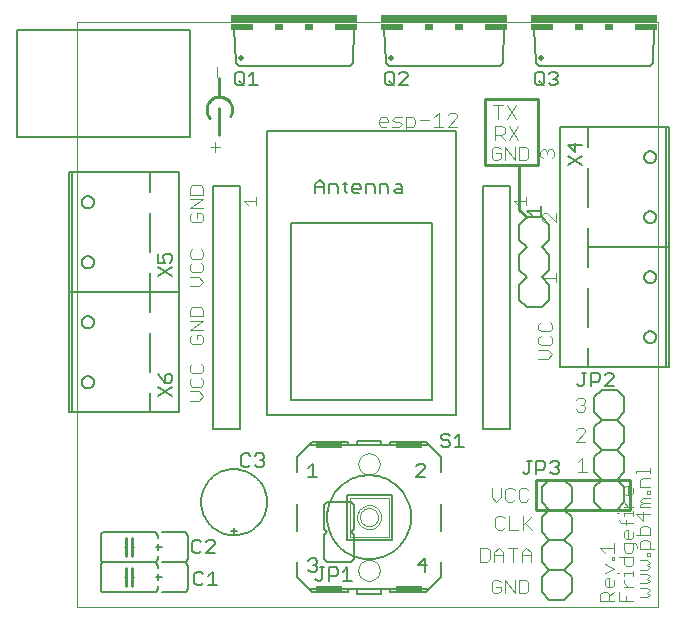
<source format=gto>
G75*
%MOIN*%
%OFA0B0*%
%FSLAX24Y24*%
%IPPOS*%
%LPD*%
%AMOC8*
5,1,8,0,0,1.08239X$1,22.5*
%
%ADD10C,0.0000*%
%ADD11C,0.0040*%
%ADD12C,0.0100*%
%ADD13C,0.0060*%
%ADD14C,0.0050*%
%ADD15C,0.0020*%
%ADD16R,0.0850X0.0200*%
%ADD17C,0.0080*%
%ADD18C,0.0030*%
%ADD19C,0.0200*%
%ADD20R,0.4200X0.0300*%
%ADD21R,0.0750X0.0200*%
%ADD22R,0.0300X0.0200*%
D10*
X002107Y000113D02*
X002107Y019609D01*
X021477Y019609D01*
X021477Y000113D01*
X002107Y000113D01*
X011502Y001343D02*
X011504Y001380D01*
X011510Y001417D01*
X011519Y001453D01*
X011533Y001487D01*
X011550Y001520D01*
X011570Y001552D01*
X011593Y001581D01*
X011619Y001607D01*
X011648Y001630D01*
X011679Y001650D01*
X011713Y001667D01*
X011747Y001681D01*
X011783Y001690D01*
X011820Y001696D01*
X011857Y001698D01*
X011894Y001696D01*
X011931Y001690D01*
X011967Y001681D01*
X012001Y001667D01*
X012034Y001650D01*
X012066Y001630D01*
X012095Y001607D01*
X012121Y001581D01*
X012144Y001552D01*
X012164Y001521D01*
X012181Y001487D01*
X012195Y001453D01*
X012204Y001417D01*
X012210Y001380D01*
X012212Y001343D01*
X012210Y001306D01*
X012204Y001269D01*
X012195Y001233D01*
X012181Y001199D01*
X012164Y001166D01*
X012144Y001134D01*
X012121Y001105D01*
X012095Y001079D01*
X012066Y001056D01*
X012035Y001036D01*
X012001Y001019D01*
X011967Y001005D01*
X011931Y000996D01*
X011894Y000990D01*
X011857Y000988D01*
X011820Y000990D01*
X011783Y000996D01*
X011747Y001005D01*
X011713Y001019D01*
X011680Y001036D01*
X011648Y001056D01*
X011619Y001079D01*
X011593Y001105D01*
X011570Y001134D01*
X011550Y001165D01*
X011533Y001199D01*
X011519Y001233D01*
X011510Y001269D01*
X011504Y001306D01*
X011502Y001343D01*
X011502Y004883D02*
X011504Y004920D01*
X011510Y004957D01*
X011519Y004993D01*
X011533Y005027D01*
X011550Y005060D01*
X011570Y005092D01*
X011593Y005121D01*
X011619Y005147D01*
X011648Y005170D01*
X011679Y005190D01*
X011713Y005207D01*
X011747Y005221D01*
X011783Y005230D01*
X011820Y005236D01*
X011857Y005238D01*
X011894Y005236D01*
X011931Y005230D01*
X011967Y005221D01*
X012001Y005207D01*
X012034Y005190D01*
X012066Y005170D01*
X012095Y005147D01*
X012121Y005121D01*
X012144Y005092D01*
X012164Y005061D01*
X012181Y005027D01*
X012195Y004993D01*
X012204Y004957D01*
X012210Y004920D01*
X012212Y004883D01*
X012210Y004846D01*
X012204Y004809D01*
X012195Y004773D01*
X012181Y004739D01*
X012164Y004706D01*
X012144Y004674D01*
X012121Y004645D01*
X012095Y004619D01*
X012066Y004596D01*
X012035Y004576D01*
X012001Y004559D01*
X011967Y004545D01*
X011931Y004536D01*
X011894Y004530D01*
X011857Y004528D01*
X011820Y004530D01*
X011783Y004536D01*
X011747Y004545D01*
X011713Y004559D01*
X011680Y004576D01*
X011648Y004596D01*
X011619Y004619D01*
X011593Y004645D01*
X011570Y004674D01*
X011550Y004705D01*
X011533Y004739D01*
X011519Y004773D01*
X011510Y004809D01*
X011504Y004846D01*
X011502Y004883D01*
D11*
X015565Y002093D02*
X015565Y001633D01*
X015795Y001633D01*
X015872Y001709D01*
X015872Y002016D01*
X015795Y002093D01*
X015565Y002093D01*
X016025Y001939D02*
X016025Y001633D01*
X016025Y001863D02*
X016332Y001863D01*
X016332Y001939D02*
X016332Y001633D01*
X016332Y001939D02*
X016179Y002093D01*
X016025Y001939D01*
X016486Y002093D02*
X016792Y002093D01*
X016639Y002093D02*
X016639Y001633D01*
X016946Y001633D02*
X016946Y001939D01*
X017099Y002093D01*
X017253Y001939D01*
X017253Y001633D01*
X017253Y001863D02*
X016946Y001863D01*
X016986Y002695D02*
X016986Y003155D01*
X017062Y002925D02*
X017292Y002695D01*
X016986Y002848D02*
X017292Y003155D01*
X017091Y003633D02*
X017167Y003709D01*
X017091Y003633D02*
X016937Y003633D01*
X016861Y003709D01*
X016861Y004016D01*
X016937Y004093D01*
X017091Y004093D01*
X017167Y004016D01*
X016707Y004016D02*
X016630Y004093D01*
X016477Y004093D01*
X016400Y004016D01*
X016400Y003709D01*
X016477Y003633D01*
X016630Y003633D01*
X016707Y003709D01*
X016247Y003786D02*
X016247Y004093D01*
X015940Y004093D02*
X015940Y003786D01*
X016093Y003633D01*
X016247Y003786D01*
X016295Y003155D02*
X016142Y003155D01*
X016065Y003079D01*
X016065Y002772D01*
X016142Y002695D01*
X016295Y002695D01*
X016372Y002772D01*
X016525Y002695D02*
X016832Y002695D01*
X016525Y002695D02*
X016525Y003155D01*
X016372Y003079D02*
X016295Y003155D01*
X016400Y001030D02*
X016707Y000570D01*
X016707Y001030D01*
X016861Y001030D02*
X017091Y001030D01*
X017167Y000954D01*
X017167Y000647D01*
X017091Y000570D01*
X016861Y000570D01*
X016861Y001030D01*
X016400Y001030D02*
X016400Y000570D01*
X016247Y000647D02*
X016247Y000800D01*
X016093Y000800D01*
X015940Y000647D02*
X016017Y000570D01*
X016170Y000570D01*
X016247Y000647D01*
X016247Y000954D02*
X016170Y001030D01*
X016017Y001030D01*
X015940Y000954D01*
X015940Y000647D01*
X019564Y000550D02*
X019564Y000320D01*
X020025Y000320D01*
X019871Y000320D02*
X019871Y000550D01*
X019795Y000627D01*
X019641Y000627D01*
X019564Y000550D01*
X019871Y000473D02*
X020025Y000627D01*
X020189Y000627D02*
X020189Y000320D01*
X020650Y000320D01*
X020420Y000320D02*
X020420Y000473D01*
X020496Y000780D02*
X020343Y000934D01*
X020343Y001011D01*
X020343Y001164D02*
X020343Y001241D01*
X020650Y001241D01*
X020650Y001164D02*
X020650Y001318D01*
X020573Y001471D02*
X020420Y001471D01*
X020343Y001548D01*
X020343Y001778D01*
X020189Y001778D02*
X020650Y001778D01*
X020650Y001548D01*
X020573Y001471D01*
X020905Y001366D02*
X021136Y001366D01*
X021212Y001443D01*
X021136Y001519D01*
X021212Y001596D01*
X021136Y001673D01*
X020905Y001673D01*
X021136Y001826D02*
X021136Y001903D01*
X021212Y001903D01*
X021212Y001826D01*
X021136Y001826D01*
X021212Y002056D02*
X021212Y002287D01*
X021136Y002363D01*
X020982Y002363D01*
X020905Y002287D01*
X020905Y002056D01*
X021366Y002056D01*
X021212Y002517D02*
X021212Y002747D01*
X021136Y002824D01*
X020982Y002824D01*
X020905Y002747D01*
X020905Y002517D01*
X020752Y002517D02*
X021212Y002517D01*
X020982Y002977D02*
X020982Y003284D01*
X020905Y003438D02*
X020905Y003514D01*
X020982Y003591D01*
X020905Y003668D01*
X020982Y003744D01*
X021212Y003744D01*
X021212Y003591D02*
X020982Y003591D01*
X020905Y003438D02*
X021212Y003438D01*
X021212Y003207D02*
X020752Y003207D01*
X020982Y002977D01*
X020650Y002929D02*
X020266Y002929D01*
X020189Y003006D01*
X020343Y003159D02*
X020343Y003236D01*
X020650Y003236D01*
X020650Y003159D02*
X020650Y003313D01*
X020650Y003466D02*
X020343Y003466D01*
X020496Y003466D02*
X020343Y003619D01*
X020343Y003696D01*
X020420Y003850D02*
X020343Y003926D01*
X020343Y004080D01*
X020420Y004157D01*
X020496Y004157D01*
X020496Y003850D01*
X020420Y003850D02*
X020573Y003850D01*
X020650Y003926D01*
X020650Y004080D01*
X020905Y004128D02*
X020905Y004358D01*
X020982Y004435D01*
X021212Y004435D01*
X021212Y004589D02*
X021212Y004742D01*
X021212Y004665D02*
X020752Y004665D01*
X020752Y004589D01*
X020905Y004128D02*
X021212Y004128D01*
X021212Y003975D02*
X021212Y003898D01*
X021136Y003898D01*
X021136Y003975D01*
X021212Y003975D01*
X020420Y003006D02*
X020420Y002852D01*
X020420Y002699D02*
X020496Y002699D01*
X020496Y002392D01*
X020420Y002392D02*
X020573Y002392D01*
X020650Y002468D01*
X020650Y002622D01*
X020420Y002699D02*
X020343Y002622D01*
X020343Y002468D01*
X020420Y002392D01*
X020343Y002238D02*
X020343Y002008D01*
X020420Y001931D01*
X020573Y001931D01*
X020650Y002008D01*
X020650Y002238D01*
X020727Y002238D02*
X020343Y002238D01*
X020025Y002238D02*
X020025Y001931D01*
X020025Y001778D02*
X019948Y001778D01*
X019948Y001701D01*
X020025Y001701D01*
X020025Y001778D01*
X020025Y002085D02*
X019564Y002085D01*
X019718Y001931D01*
X019718Y001548D02*
X020025Y001394D01*
X019718Y001241D01*
X019795Y001087D02*
X019871Y001087D01*
X019871Y000780D01*
X019795Y000780D02*
X019718Y000857D01*
X019718Y001011D01*
X019795Y001087D01*
X020025Y001011D02*
X020025Y000857D01*
X019948Y000780D01*
X019795Y000780D01*
X020343Y000780D02*
X020650Y000780D01*
X020905Y000752D02*
X021136Y000752D01*
X021212Y000675D01*
X021136Y000598D01*
X021212Y000522D01*
X021136Y000445D01*
X020905Y000445D01*
X020905Y000905D02*
X021136Y000905D01*
X021212Y000982D01*
X021136Y001059D01*
X021212Y001136D01*
X021136Y001212D01*
X020905Y001212D01*
X020189Y001241D02*
X020113Y001241D01*
X020803Y002085D02*
X020803Y002162D01*
X020727Y002238D01*
X020189Y003236D02*
X020113Y003236D01*
X019122Y004633D02*
X018815Y004633D01*
X018968Y004633D02*
X018968Y005093D01*
X018815Y004939D01*
X018752Y005633D02*
X019059Y005939D01*
X019059Y006016D01*
X018982Y006093D01*
X018829Y006093D01*
X018752Y006016D01*
X018752Y005633D02*
X019059Y005633D01*
X018982Y006633D02*
X018829Y006633D01*
X018752Y006709D01*
X018906Y006863D02*
X018982Y006863D01*
X019059Y006786D01*
X019059Y006709D01*
X018982Y006633D01*
X018982Y006863D02*
X019059Y006939D01*
X019059Y007016D01*
X018982Y007093D01*
X018829Y007093D01*
X018752Y007016D01*
X017809Y008383D02*
X017502Y008383D01*
X017502Y008689D02*
X017809Y008689D01*
X017962Y008536D01*
X017809Y008383D01*
X017886Y008843D02*
X017579Y008843D01*
X017502Y008920D01*
X017502Y009073D01*
X017579Y009150D01*
X017579Y009303D02*
X017886Y009303D01*
X017962Y009380D01*
X017962Y009533D01*
X017886Y009610D01*
X017579Y009610D02*
X017502Y009533D01*
X017502Y009380D01*
X017579Y009303D01*
X017886Y009150D02*
X017962Y009073D01*
X017962Y008920D01*
X017886Y008843D01*
X017780Y010945D02*
X017627Y011098D01*
X018087Y011098D01*
X018087Y010945D02*
X018087Y011252D01*
X018087Y012945D02*
X017780Y013252D01*
X017704Y013252D01*
X017627Y013175D01*
X017627Y013022D01*
X017704Y012945D01*
X018087Y012945D02*
X018087Y013252D01*
X017091Y015008D02*
X016861Y015008D01*
X016861Y015468D01*
X017091Y015468D01*
X017167Y015391D01*
X017167Y015084D01*
X017091Y015008D01*
X016707Y015008D02*
X016707Y015468D01*
X016400Y015468D02*
X016707Y015008D01*
X016400Y015008D02*
X016400Y015468D01*
X016247Y015391D02*
X016170Y015468D01*
X016017Y015468D01*
X015940Y015391D01*
X015940Y015084D01*
X016017Y015008D01*
X016170Y015008D01*
X016247Y015084D01*
X016247Y015238D01*
X016093Y015238D01*
X016065Y015695D02*
X016065Y016155D01*
X016295Y016155D01*
X016372Y016079D01*
X016372Y015925D01*
X016295Y015848D01*
X016065Y015848D01*
X016218Y015848D02*
X016372Y015695D01*
X016525Y015695D02*
X016832Y016155D01*
X016770Y016383D02*
X016463Y016843D01*
X016309Y016843D02*
X016002Y016843D01*
X016156Y016843D02*
X016156Y016383D01*
X016463Y016383D02*
X016770Y016843D01*
X016525Y016155D02*
X016832Y015695D01*
X017564Y015300D02*
X017564Y015147D01*
X017641Y015070D01*
X017795Y015223D02*
X017795Y015300D01*
X017871Y015377D01*
X017948Y015377D01*
X018025Y015300D01*
X018025Y015147D01*
X017948Y015070D01*
X017795Y015300D02*
X017718Y015377D01*
X017641Y015377D01*
X017564Y015300D01*
X014786Y016133D02*
X014479Y016133D01*
X014786Y016439D01*
X014786Y016516D01*
X014710Y016593D01*
X014556Y016593D01*
X014479Y016516D01*
X014172Y016593D02*
X014172Y016133D01*
X014019Y016133D02*
X014326Y016133D01*
X014019Y016439D02*
X014172Y016593D01*
X013866Y016363D02*
X013559Y016363D01*
X013405Y016363D02*
X013405Y016209D01*
X013328Y016133D01*
X013098Y016133D01*
X013098Y015979D02*
X013098Y016439D01*
X013328Y016439D01*
X013405Y016363D01*
X012945Y016439D02*
X012715Y016439D01*
X012638Y016363D01*
X012715Y016286D01*
X012868Y016286D01*
X012945Y016209D01*
X012868Y016133D01*
X012638Y016133D01*
X012484Y016286D02*
X012484Y016363D01*
X012408Y016439D01*
X012254Y016439D01*
X012177Y016363D01*
X012177Y016209D01*
X012254Y016133D01*
X012408Y016133D01*
X012484Y016286D02*
X012177Y016286D01*
X006886Y015451D02*
X006579Y015451D01*
X006732Y015604D02*
X006732Y015297D01*
X006261Y014173D02*
X005954Y014173D01*
X005877Y014096D01*
X005877Y013866D01*
X006337Y013866D01*
X006337Y014096D01*
X006261Y014173D01*
X006337Y013712D02*
X005877Y013712D01*
X005877Y013405D02*
X006337Y013712D01*
X006337Y013405D02*
X005877Y013405D01*
X005954Y013252D02*
X005877Y013175D01*
X005877Y013022D01*
X005954Y012945D01*
X006261Y012945D01*
X006337Y013022D01*
X006337Y013175D01*
X006261Y013252D01*
X006107Y013252D01*
X006107Y013098D01*
X005954Y012042D02*
X005877Y011965D01*
X005877Y011811D01*
X005954Y011735D01*
X006261Y011735D01*
X006337Y011811D01*
X006337Y011965D01*
X006261Y012042D01*
X006261Y011581D02*
X006337Y011504D01*
X006337Y011351D01*
X006261Y011274D01*
X005954Y011274D01*
X005877Y011351D01*
X005877Y011504D01*
X005954Y011581D01*
X005877Y011121D02*
X006184Y011121D01*
X006337Y010967D01*
X006184Y010814D01*
X005877Y010814D01*
X005954Y010110D02*
X005877Y010033D01*
X005877Y009803D01*
X006337Y009803D01*
X006337Y010033D01*
X006261Y010110D01*
X005954Y010110D01*
X005877Y009650D02*
X006337Y009650D01*
X005877Y009343D01*
X006337Y009343D01*
X006261Y009189D02*
X006107Y009189D01*
X006107Y009036D01*
X005954Y009189D02*
X005877Y009113D01*
X005877Y008959D01*
X005954Y008883D01*
X006261Y008883D01*
X006337Y008959D01*
X006337Y009113D01*
X006261Y009189D01*
X006261Y008229D02*
X006337Y008152D01*
X006337Y007999D01*
X006261Y007922D01*
X005954Y007922D01*
X005877Y007999D01*
X005877Y008152D01*
X005954Y008229D01*
X005954Y007769D02*
X005877Y007692D01*
X005877Y007538D01*
X005954Y007462D01*
X006261Y007462D01*
X006337Y007538D01*
X006337Y007692D01*
X006261Y007769D01*
X006184Y007308D02*
X005877Y007308D01*
X005877Y007001D02*
X006184Y007001D01*
X006337Y007155D01*
X006184Y007308D01*
X006795Y017797D02*
X006795Y018104D01*
D12*
X006857Y017738D02*
X006857Y017175D01*
X006857Y016738D02*
X006857Y015863D01*
X006545Y016425D02*
X006520Y016457D01*
X006498Y016491D01*
X006479Y016527D01*
X006463Y016565D01*
X006452Y016604D01*
X006444Y016645D01*
X006440Y016685D01*
X006439Y016726D01*
X006443Y016767D01*
X006451Y016807D01*
X006462Y016846D01*
X006477Y016884D01*
X006496Y016920D01*
X006518Y016955D01*
X006543Y016987D01*
X006572Y017016D01*
X006603Y017043D01*
X006636Y017067D01*
X006671Y017087D01*
X006708Y017104D01*
X006747Y017117D01*
X006787Y017127D01*
X006827Y017132D01*
X006868Y017134D01*
X006909Y017132D01*
X006949Y017126D01*
X006989Y017116D01*
X007027Y017102D01*
X007065Y017085D01*
X007100Y017064D01*
X007133Y017040D01*
X007163Y017013D01*
X007191Y016984D01*
X007216Y016951D01*
X007238Y016917D01*
X007256Y016880D01*
X007271Y016842D01*
X007282Y016803D01*
X007289Y016762D01*
X007293Y016722D01*
X007292Y016681D01*
X007288Y016640D01*
X007279Y016600D01*
X007267Y016561D01*
X007252Y016524D01*
X007232Y016488D01*
X015732Y017050D02*
X015732Y014863D01*
X016857Y014863D01*
X016857Y013363D01*
X017107Y013113D01*
X016857Y014863D02*
X017482Y014863D01*
X017482Y017050D01*
X015732Y017050D01*
X017420Y004363D02*
X017420Y003363D01*
X020545Y003363D01*
X020545Y004363D01*
X017420Y004363D01*
X003957Y002413D02*
X003957Y002113D01*
X003957Y001813D01*
X003757Y001813D02*
X003757Y002113D01*
X003757Y002413D01*
X003757Y001413D02*
X003757Y001113D01*
X003757Y000813D01*
X003957Y000813D02*
X003957Y001113D01*
X003957Y001413D01*
D13*
X003957Y001113D02*
X004007Y001113D01*
X003757Y001113D02*
X003707Y001113D01*
X003007Y001613D02*
X002990Y001611D01*
X002973Y001607D01*
X002957Y001600D01*
X002943Y001590D01*
X002930Y001577D01*
X002920Y001563D01*
X002913Y001547D01*
X002909Y001530D01*
X002907Y001513D01*
X002907Y000713D01*
X002909Y000696D01*
X002913Y000679D01*
X002920Y000663D01*
X002930Y000649D01*
X002943Y000636D01*
X002957Y000626D01*
X002973Y000619D01*
X002990Y000615D01*
X003007Y000613D01*
X004707Y000613D01*
X004724Y000615D01*
X004741Y000619D01*
X004757Y000626D01*
X004771Y000636D01*
X004784Y000649D01*
X004794Y000663D01*
X004801Y000679D01*
X004805Y000696D01*
X004807Y000713D01*
X004807Y000813D01*
X004807Y001013D02*
X004807Y001213D01*
X004757Y001113D02*
X004957Y001113D01*
X004807Y001413D02*
X004807Y001513D01*
X004805Y001530D01*
X004801Y001547D01*
X004794Y001563D01*
X004784Y001577D01*
X004771Y001590D01*
X004757Y001600D01*
X004741Y001607D01*
X004724Y001611D01*
X004707Y001613D01*
X003007Y001613D01*
X004707Y001613D01*
X004724Y001615D01*
X004741Y001619D01*
X004757Y001626D01*
X004771Y001636D01*
X004784Y001649D01*
X004794Y001663D01*
X004801Y001679D01*
X004805Y001696D01*
X004807Y001713D01*
X004807Y001813D01*
X004807Y002013D02*
X004807Y002213D01*
X004757Y002113D02*
X004957Y002113D01*
X004807Y002413D02*
X004807Y002513D01*
X004805Y002530D01*
X004801Y002547D01*
X004794Y002563D01*
X004784Y002577D01*
X004771Y002590D01*
X004757Y002600D01*
X004741Y002607D01*
X004724Y002611D01*
X004707Y002613D01*
X003007Y002613D01*
X002990Y002611D01*
X002973Y002607D01*
X002957Y002600D01*
X002943Y002590D01*
X002930Y002577D01*
X002920Y002563D01*
X002913Y002547D01*
X002909Y002530D01*
X002907Y002513D01*
X002907Y001713D01*
X002909Y001696D01*
X002913Y001679D01*
X002920Y001663D01*
X002930Y001649D01*
X002943Y001636D01*
X002957Y001626D01*
X002973Y001619D01*
X002990Y001615D01*
X003007Y001613D01*
X003707Y002113D02*
X003757Y002113D01*
X003957Y002113D02*
X004007Y002113D01*
X004957Y002613D02*
X005707Y002613D01*
X005724Y002611D01*
X005741Y002607D01*
X005757Y002600D01*
X005771Y002590D01*
X005784Y002577D01*
X005794Y002563D01*
X005801Y002547D01*
X005805Y002530D01*
X005807Y002513D01*
X005807Y001713D01*
X005805Y001696D01*
X005801Y001679D01*
X005794Y001663D01*
X005784Y001649D01*
X005771Y001636D01*
X005757Y001626D01*
X005741Y001619D01*
X005724Y001615D01*
X005707Y001613D01*
X004957Y001613D01*
X005707Y001613D01*
X005724Y001611D01*
X005741Y001607D01*
X005757Y001600D01*
X005771Y001590D01*
X005784Y001577D01*
X005794Y001563D01*
X005801Y001547D01*
X005805Y001530D01*
X005807Y001513D01*
X005807Y000713D01*
X005805Y000696D01*
X005801Y000679D01*
X005794Y000663D01*
X005784Y000649D01*
X005771Y000636D01*
X005757Y000626D01*
X005741Y000619D01*
X005724Y000615D01*
X005707Y000613D01*
X004957Y000613D01*
X007257Y002663D02*
X007457Y002663D01*
X007357Y002763D02*
X007357Y002563D01*
X006257Y003613D02*
X006259Y003679D01*
X006265Y003744D01*
X006275Y003809D01*
X006288Y003874D01*
X006306Y003937D01*
X006327Y004000D01*
X006352Y004060D01*
X006381Y004120D01*
X006413Y004177D01*
X006448Y004233D01*
X006487Y004286D01*
X006529Y004337D01*
X006573Y004385D01*
X006621Y004430D01*
X006671Y004473D01*
X006724Y004512D01*
X006779Y004549D01*
X006836Y004582D01*
X006895Y004611D01*
X006955Y004637D01*
X007017Y004659D01*
X007080Y004678D01*
X007144Y004692D01*
X007209Y004703D01*
X007275Y004710D01*
X007341Y004713D01*
X007406Y004712D01*
X007472Y004707D01*
X007537Y004698D01*
X007602Y004685D01*
X007665Y004669D01*
X007728Y004649D01*
X007789Y004624D01*
X007849Y004597D01*
X007907Y004566D01*
X007963Y004531D01*
X008017Y004493D01*
X008068Y004452D01*
X008117Y004408D01*
X008163Y004361D01*
X008207Y004312D01*
X008247Y004260D01*
X008284Y004205D01*
X008318Y004149D01*
X008348Y004090D01*
X008375Y004030D01*
X008398Y003969D01*
X008417Y003906D01*
X008433Y003842D01*
X008445Y003777D01*
X008453Y003712D01*
X008457Y003646D01*
X008457Y003580D01*
X008453Y003514D01*
X008445Y003449D01*
X008433Y003384D01*
X008417Y003320D01*
X008398Y003257D01*
X008375Y003196D01*
X008348Y003136D01*
X008318Y003077D01*
X008284Y003021D01*
X008247Y002966D01*
X008207Y002914D01*
X008163Y002865D01*
X008117Y002818D01*
X008068Y002774D01*
X008017Y002733D01*
X007963Y002695D01*
X007907Y002660D01*
X007849Y002629D01*
X007789Y002602D01*
X007728Y002577D01*
X007665Y002557D01*
X007602Y002541D01*
X007537Y002528D01*
X007472Y002519D01*
X007406Y002514D01*
X007341Y002513D01*
X007275Y002516D01*
X007209Y002523D01*
X007144Y002534D01*
X007080Y002548D01*
X007017Y002567D01*
X006955Y002589D01*
X006895Y002615D01*
X006836Y002644D01*
X006779Y002677D01*
X006724Y002714D01*
X006671Y002753D01*
X006621Y002796D01*
X006573Y002841D01*
X006529Y002889D01*
X006487Y002940D01*
X006448Y002993D01*
X006413Y003049D01*
X006381Y003106D01*
X006352Y003166D01*
X006327Y003226D01*
X006306Y003289D01*
X006288Y003352D01*
X006275Y003417D01*
X006265Y003482D01*
X006259Y003547D01*
X006257Y003613D01*
X005507Y006613D02*
X004557Y006613D01*
X004557Y007263D01*
X004557Y006613D02*
X001957Y006613D01*
X001857Y006613D01*
X001857Y010613D01*
X001957Y010613D01*
X004557Y010613D01*
X004557Y009963D01*
X004557Y009263D02*
X004557Y007963D01*
X005507Y006613D02*
X005507Y010613D01*
X004557Y010613D01*
X005507Y010613D01*
X005507Y014613D01*
X004557Y014613D01*
X001957Y014613D01*
X001857Y014613D01*
X001857Y010613D01*
X001957Y010613D01*
X001957Y006613D01*
X002287Y007613D02*
X002289Y007641D01*
X002295Y007668D01*
X002304Y007694D01*
X002317Y007719D01*
X002334Y007742D01*
X002353Y007762D01*
X002375Y007779D01*
X002399Y007793D01*
X002425Y007803D01*
X002452Y007810D01*
X002480Y007813D01*
X002508Y007812D01*
X002535Y007807D01*
X002562Y007798D01*
X002587Y007786D01*
X002610Y007771D01*
X002631Y007752D01*
X002649Y007731D01*
X002664Y007707D01*
X002675Y007681D01*
X002683Y007655D01*
X002687Y007627D01*
X002687Y007599D01*
X002683Y007571D01*
X002675Y007545D01*
X002664Y007519D01*
X002649Y007495D01*
X002631Y007474D01*
X002610Y007455D01*
X002587Y007440D01*
X002562Y007428D01*
X002535Y007419D01*
X002508Y007414D01*
X002480Y007413D01*
X002452Y007416D01*
X002425Y007423D01*
X002399Y007433D01*
X002375Y007447D01*
X002353Y007464D01*
X002334Y007484D01*
X002317Y007507D01*
X002304Y007532D01*
X002295Y007558D01*
X002289Y007585D01*
X002287Y007613D01*
X002287Y009613D02*
X002289Y009641D01*
X002295Y009668D01*
X002304Y009694D01*
X002317Y009719D01*
X002334Y009742D01*
X002353Y009762D01*
X002375Y009779D01*
X002399Y009793D01*
X002425Y009803D01*
X002452Y009810D01*
X002480Y009813D01*
X002508Y009812D01*
X002535Y009807D01*
X002562Y009798D01*
X002587Y009786D01*
X002610Y009771D01*
X002631Y009752D01*
X002649Y009731D01*
X002664Y009707D01*
X002675Y009681D01*
X002683Y009655D01*
X002687Y009627D01*
X002687Y009599D01*
X002683Y009571D01*
X002675Y009545D01*
X002664Y009519D01*
X002649Y009495D01*
X002631Y009474D01*
X002610Y009455D01*
X002587Y009440D01*
X002562Y009428D01*
X002535Y009419D01*
X002508Y009414D01*
X002480Y009413D01*
X002452Y009416D01*
X002425Y009423D01*
X002399Y009433D01*
X002375Y009447D01*
X002353Y009464D01*
X002334Y009484D01*
X002317Y009507D01*
X002304Y009532D01*
X002295Y009558D01*
X002289Y009585D01*
X002287Y009613D01*
X001957Y010613D02*
X004557Y010613D01*
X004557Y011263D01*
X004557Y011963D02*
X004557Y013263D01*
X004557Y013963D02*
X004557Y014613D01*
X002287Y013613D02*
X002289Y013641D01*
X002295Y013668D01*
X002304Y013694D01*
X002317Y013719D01*
X002334Y013742D01*
X002353Y013762D01*
X002375Y013779D01*
X002399Y013793D01*
X002425Y013803D01*
X002452Y013810D01*
X002480Y013813D01*
X002508Y013812D01*
X002535Y013807D01*
X002562Y013798D01*
X002587Y013786D01*
X002610Y013771D01*
X002631Y013752D01*
X002649Y013731D01*
X002664Y013707D01*
X002675Y013681D01*
X002683Y013655D01*
X002687Y013627D01*
X002687Y013599D01*
X002683Y013571D01*
X002675Y013545D01*
X002664Y013519D01*
X002649Y013495D01*
X002631Y013474D01*
X002610Y013455D01*
X002587Y013440D01*
X002562Y013428D01*
X002535Y013419D01*
X002508Y013414D01*
X002480Y013413D01*
X002452Y013416D01*
X002425Y013423D01*
X002399Y013433D01*
X002375Y013447D01*
X002353Y013464D01*
X002334Y013484D01*
X002317Y013507D01*
X002304Y013532D01*
X002295Y013558D01*
X002289Y013585D01*
X002287Y013613D01*
X001957Y014613D02*
X001957Y010613D01*
X002287Y011613D02*
X002289Y011641D01*
X002295Y011668D01*
X002304Y011694D01*
X002317Y011719D01*
X002334Y011742D01*
X002353Y011762D01*
X002375Y011779D01*
X002399Y011793D01*
X002425Y011803D01*
X002452Y011810D01*
X002480Y011813D01*
X002508Y011812D01*
X002535Y011807D01*
X002562Y011798D01*
X002587Y011786D01*
X002610Y011771D01*
X002631Y011752D01*
X002649Y011731D01*
X002664Y011707D01*
X002675Y011681D01*
X002683Y011655D01*
X002687Y011627D01*
X002687Y011599D01*
X002683Y011571D01*
X002675Y011545D01*
X002664Y011519D01*
X002649Y011495D01*
X002631Y011474D01*
X002610Y011455D01*
X002587Y011440D01*
X002562Y011428D01*
X002535Y011419D01*
X002508Y011414D01*
X002480Y011413D01*
X002452Y011416D01*
X002425Y011423D01*
X002399Y011433D01*
X002375Y011447D01*
X002353Y011464D01*
X002334Y011484D01*
X002317Y011507D01*
X002304Y011532D01*
X002295Y011558D01*
X002289Y011585D01*
X002287Y011613D01*
X007507Y018163D02*
X007407Y018263D01*
X007357Y019413D01*
X007507Y018163D02*
X011207Y018163D01*
X011307Y018263D01*
X011357Y019413D01*
X012357Y019413D02*
X012407Y018263D01*
X012507Y018163D01*
X016207Y018163D01*
X016307Y018263D01*
X016357Y019413D01*
X017357Y019413D02*
X017407Y018263D01*
X017507Y018163D01*
X021207Y018163D01*
X021307Y018263D01*
X021357Y019413D01*
X021757Y016113D02*
X019157Y016113D01*
X019157Y015463D01*
X019157Y014763D02*
X019157Y013463D01*
X019157Y012763D02*
X019157Y012113D01*
X019157Y011463D01*
X019157Y012113D02*
X021857Y012113D01*
X021857Y016113D01*
X021757Y016113D01*
X021757Y008113D01*
X019157Y008113D01*
X019157Y008763D01*
X019157Y009463D02*
X019157Y010763D01*
X017857Y010863D02*
X017857Y010363D01*
X017607Y010113D01*
X017107Y010113D01*
X016857Y010363D01*
X016857Y010863D01*
X017107Y011113D01*
X016857Y011363D01*
X016857Y011863D01*
X017107Y012113D01*
X016857Y012363D01*
X016857Y012863D01*
X017107Y013113D01*
X017607Y013113D01*
X017857Y012863D01*
X017857Y012363D01*
X017607Y012113D01*
X017857Y011863D01*
X017857Y011363D01*
X017607Y011113D01*
X017857Y010863D01*
X018207Y008113D02*
X019157Y008113D01*
X019607Y007363D02*
X019357Y007113D01*
X019357Y006613D01*
X019607Y006363D01*
X019357Y006113D01*
X019357Y005613D01*
X019607Y005363D01*
X020107Y005363D01*
X020357Y005613D01*
X020357Y006113D01*
X020107Y006363D01*
X019607Y006363D01*
X020107Y006363D02*
X020357Y006613D01*
X020357Y007113D01*
X020107Y007363D01*
X019607Y007363D01*
X018207Y008113D02*
X018207Y016113D01*
X019157Y016113D01*
X021027Y015113D02*
X021029Y015141D01*
X021035Y015168D01*
X021044Y015194D01*
X021057Y015219D01*
X021074Y015242D01*
X021093Y015262D01*
X021115Y015279D01*
X021139Y015293D01*
X021165Y015303D01*
X021192Y015310D01*
X021220Y015313D01*
X021248Y015312D01*
X021275Y015307D01*
X021302Y015298D01*
X021327Y015286D01*
X021350Y015271D01*
X021371Y015252D01*
X021389Y015231D01*
X021404Y015207D01*
X021415Y015181D01*
X021423Y015155D01*
X021427Y015127D01*
X021427Y015099D01*
X021423Y015071D01*
X021415Y015045D01*
X021404Y015019D01*
X021389Y014995D01*
X021371Y014974D01*
X021350Y014955D01*
X021327Y014940D01*
X021302Y014928D01*
X021275Y014919D01*
X021248Y014914D01*
X021220Y014913D01*
X021192Y014916D01*
X021165Y014923D01*
X021139Y014933D01*
X021115Y014947D01*
X021093Y014964D01*
X021074Y014984D01*
X021057Y015007D01*
X021044Y015032D01*
X021035Y015058D01*
X021029Y015085D01*
X021027Y015113D01*
X021027Y013113D02*
X021029Y013141D01*
X021035Y013168D01*
X021044Y013194D01*
X021057Y013219D01*
X021074Y013242D01*
X021093Y013262D01*
X021115Y013279D01*
X021139Y013293D01*
X021165Y013303D01*
X021192Y013310D01*
X021220Y013313D01*
X021248Y013312D01*
X021275Y013307D01*
X021302Y013298D01*
X021327Y013286D01*
X021350Y013271D01*
X021371Y013252D01*
X021389Y013231D01*
X021404Y013207D01*
X021415Y013181D01*
X021423Y013155D01*
X021427Y013127D01*
X021427Y013099D01*
X021423Y013071D01*
X021415Y013045D01*
X021404Y013019D01*
X021389Y012995D01*
X021371Y012974D01*
X021350Y012955D01*
X021327Y012940D01*
X021302Y012928D01*
X021275Y012919D01*
X021248Y012914D01*
X021220Y012913D01*
X021192Y012916D01*
X021165Y012923D01*
X021139Y012933D01*
X021115Y012947D01*
X021093Y012964D01*
X021074Y012984D01*
X021057Y013007D01*
X021044Y013032D01*
X021035Y013058D01*
X021029Y013085D01*
X021027Y013113D01*
X021857Y012113D02*
X021857Y008113D01*
X021757Y008113D01*
X021027Y009113D02*
X021029Y009141D01*
X021035Y009168D01*
X021044Y009194D01*
X021057Y009219D01*
X021074Y009242D01*
X021093Y009262D01*
X021115Y009279D01*
X021139Y009293D01*
X021165Y009303D01*
X021192Y009310D01*
X021220Y009313D01*
X021248Y009312D01*
X021275Y009307D01*
X021302Y009298D01*
X021327Y009286D01*
X021350Y009271D01*
X021371Y009252D01*
X021389Y009231D01*
X021404Y009207D01*
X021415Y009181D01*
X021423Y009155D01*
X021427Y009127D01*
X021427Y009099D01*
X021423Y009071D01*
X021415Y009045D01*
X021404Y009019D01*
X021389Y008995D01*
X021371Y008974D01*
X021350Y008955D01*
X021327Y008940D01*
X021302Y008928D01*
X021275Y008919D01*
X021248Y008914D01*
X021220Y008913D01*
X021192Y008916D01*
X021165Y008923D01*
X021139Y008933D01*
X021115Y008947D01*
X021093Y008964D01*
X021074Y008984D01*
X021057Y009007D01*
X021044Y009032D01*
X021035Y009058D01*
X021029Y009085D01*
X021027Y009113D01*
X021027Y011113D02*
X021029Y011141D01*
X021035Y011168D01*
X021044Y011194D01*
X021057Y011219D01*
X021074Y011242D01*
X021093Y011262D01*
X021115Y011279D01*
X021139Y011293D01*
X021165Y011303D01*
X021192Y011310D01*
X021220Y011313D01*
X021248Y011312D01*
X021275Y011307D01*
X021302Y011298D01*
X021327Y011286D01*
X021350Y011271D01*
X021371Y011252D01*
X021389Y011231D01*
X021404Y011207D01*
X021415Y011181D01*
X021423Y011155D01*
X021427Y011127D01*
X021427Y011099D01*
X021423Y011071D01*
X021415Y011045D01*
X021404Y011019D01*
X021389Y010995D01*
X021371Y010974D01*
X021350Y010955D01*
X021327Y010940D01*
X021302Y010928D01*
X021275Y010919D01*
X021248Y010914D01*
X021220Y010913D01*
X021192Y010916D01*
X021165Y010923D01*
X021139Y010933D01*
X021115Y010947D01*
X021093Y010964D01*
X021074Y010984D01*
X021057Y011007D01*
X021044Y011032D01*
X021035Y011058D01*
X021029Y011085D01*
X021027Y011113D01*
X020107Y005363D02*
X020357Y005113D01*
X020357Y004613D01*
X020107Y004363D01*
X020357Y004113D01*
X020357Y003613D01*
X020107Y003363D01*
X019607Y003363D01*
X019357Y003613D01*
X019357Y004113D01*
X019607Y004363D01*
X019357Y004613D01*
X019357Y005113D01*
X019607Y005363D01*
X019607Y004363D02*
X020107Y004363D01*
X018607Y004113D02*
X018607Y003613D01*
X018357Y003363D01*
X018607Y003113D01*
X018607Y002613D01*
X018357Y002363D01*
X017857Y002363D01*
X017607Y002613D01*
X017607Y003113D01*
X017857Y003363D01*
X017607Y003613D01*
X017607Y004113D01*
X017857Y004363D01*
X018357Y004363D01*
X018607Y004113D01*
X018357Y003363D02*
X017857Y003363D01*
X017857Y002363D02*
X017607Y002113D01*
X017607Y001613D01*
X017857Y001363D01*
X017607Y001113D01*
X017607Y000613D01*
X017857Y000363D01*
X018357Y000363D01*
X018607Y000613D01*
X018607Y001113D01*
X018357Y001363D01*
X017857Y001363D01*
X018357Y001363D02*
X018607Y001613D01*
X018607Y002113D01*
X018357Y002363D01*
X014257Y002663D02*
X014257Y003563D01*
X014257Y004613D02*
X014257Y005113D01*
X013857Y005513D01*
X013757Y005613D01*
X012557Y005613D01*
X012557Y005513D01*
X012257Y005513D01*
X012257Y005663D01*
X011457Y005663D01*
X011457Y005513D01*
X011157Y005513D01*
X011157Y005613D01*
X009957Y005613D01*
X009857Y005513D01*
X009457Y005113D01*
X009457Y004613D01*
X009857Y005513D02*
X011157Y005513D01*
X011457Y005513D02*
X012257Y005513D01*
X012557Y005513D02*
X013857Y005513D01*
X012607Y003863D02*
X012607Y002363D01*
X011107Y002363D01*
X011107Y003863D01*
X012607Y003863D01*
X010457Y003113D02*
X010459Y003188D01*
X010465Y003262D01*
X010475Y003336D01*
X010489Y003409D01*
X010506Y003481D01*
X010528Y003553D01*
X010553Y003623D01*
X010582Y003691D01*
X010615Y003759D01*
X010651Y003824D01*
X010690Y003887D01*
X010733Y003948D01*
X010779Y004007D01*
X010828Y004063D01*
X010880Y004116D01*
X010935Y004167D01*
X010992Y004214D01*
X011052Y004259D01*
X011114Y004300D01*
X011179Y004338D01*
X011245Y004372D01*
X011313Y004403D01*
X011382Y004430D01*
X011453Y004453D01*
X011525Y004473D01*
X011598Y004489D01*
X011671Y004501D01*
X011745Y004509D01*
X011820Y004513D01*
X011894Y004513D01*
X011969Y004509D01*
X012043Y004501D01*
X012116Y004489D01*
X012189Y004473D01*
X012261Y004453D01*
X012332Y004430D01*
X012401Y004403D01*
X012469Y004372D01*
X012535Y004338D01*
X012600Y004300D01*
X012662Y004259D01*
X012722Y004214D01*
X012779Y004167D01*
X012834Y004116D01*
X012886Y004063D01*
X012935Y004007D01*
X012981Y003948D01*
X013024Y003887D01*
X013063Y003824D01*
X013099Y003759D01*
X013132Y003691D01*
X013161Y003623D01*
X013186Y003553D01*
X013208Y003481D01*
X013225Y003409D01*
X013239Y003336D01*
X013249Y003262D01*
X013255Y003188D01*
X013257Y003113D01*
X013255Y003038D01*
X013249Y002964D01*
X013239Y002890D01*
X013225Y002817D01*
X013208Y002745D01*
X013186Y002673D01*
X013161Y002603D01*
X013132Y002535D01*
X013099Y002467D01*
X013063Y002402D01*
X013024Y002339D01*
X012981Y002278D01*
X012935Y002219D01*
X012886Y002163D01*
X012834Y002110D01*
X012779Y002059D01*
X012722Y002012D01*
X012662Y001967D01*
X012600Y001926D01*
X012535Y001888D01*
X012469Y001854D01*
X012401Y001823D01*
X012332Y001796D01*
X012261Y001773D01*
X012189Y001753D01*
X012116Y001737D01*
X012043Y001725D01*
X011969Y001717D01*
X011894Y001713D01*
X011820Y001713D01*
X011745Y001717D01*
X011671Y001725D01*
X011598Y001737D01*
X011525Y001753D01*
X011453Y001773D01*
X011382Y001796D01*
X011313Y001823D01*
X011245Y001854D01*
X011179Y001888D01*
X011114Y001926D01*
X011052Y001967D01*
X010992Y002012D01*
X010935Y002059D01*
X010880Y002110D01*
X010828Y002163D01*
X010779Y002219D01*
X010733Y002278D01*
X010690Y002339D01*
X010651Y002402D01*
X010615Y002467D01*
X010582Y002535D01*
X010553Y002603D01*
X010528Y002673D01*
X010506Y002745D01*
X010489Y002817D01*
X010475Y002890D01*
X010465Y002964D01*
X010459Y003038D01*
X010457Y003113D01*
X010357Y003513D02*
X010357Y002713D01*
X010457Y002613D01*
X010357Y002513D01*
X010357Y001713D01*
X010457Y001613D01*
X011257Y001613D01*
X011357Y001713D01*
X011357Y002513D01*
X011257Y002613D01*
X011357Y002713D01*
X011357Y003513D01*
X011257Y003613D01*
X010457Y003613D01*
X010357Y003513D01*
X009457Y003563D02*
X009457Y002663D01*
X009457Y001613D02*
X009457Y001113D01*
X009857Y000713D01*
X009957Y000613D01*
X011157Y000613D01*
X011157Y000713D01*
X011457Y000713D01*
X012257Y000713D01*
X012557Y000713D01*
X013857Y000713D01*
X013757Y000613D01*
X012557Y000613D01*
X012557Y000713D01*
X012257Y000713D02*
X012257Y000563D01*
X011457Y000563D01*
X011457Y000713D01*
X011157Y000713D02*
X009857Y000713D01*
X013857Y000713D02*
X014257Y001113D01*
X014257Y001613D01*
X012966Y013910D02*
X012746Y013910D01*
X012672Y013984D01*
X012746Y014057D01*
X012966Y014057D01*
X012966Y014130D02*
X012966Y013910D01*
X012966Y014130D02*
X012892Y014204D01*
X012746Y014204D01*
X012505Y014130D02*
X012505Y013910D01*
X012505Y014130D02*
X012432Y014204D01*
X012212Y014204D01*
X012212Y013910D01*
X012045Y013910D02*
X012045Y014130D01*
X011972Y014204D01*
X011751Y014204D01*
X011751Y013910D01*
X011585Y014057D02*
X011291Y014057D01*
X011291Y013984D02*
X011291Y014130D01*
X011364Y014204D01*
X011511Y014204D01*
X011585Y014130D01*
X011585Y014057D01*
X011511Y013910D02*
X011364Y013910D01*
X011291Y013984D01*
X011131Y013910D02*
X011057Y013984D01*
X011057Y014277D01*
X010984Y014204D02*
X011131Y014204D01*
X010817Y014130D02*
X010817Y013910D01*
X010817Y014130D02*
X010744Y014204D01*
X010524Y014204D01*
X010524Y013910D01*
X010357Y013910D02*
X010357Y014204D01*
X010210Y014351D01*
X010063Y014204D01*
X010063Y013910D01*
X010063Y014130D02*
X010357Y014130D01*
D14*
X009245Y012910D02*
X009245Y007004D01*
X013969Y007004D01*
X013969Y012910D01*
X009245Y012910D01*
X008458Y015981D02*
X008458Y006532D01*
X014757Y006532D01*
X014757Y015981D01*
X008458Y015981D01*
X008143Y017508D02*
X007843Y017508D01*
X007993Y017508D02*
X007993Y017958D01*
X007843Y017808D01*
X007683Y017883D02*
X007683Y017583D01*
X007607Y017508D01*
X007457Y017508D01*
X007382Y017583D01*
X007382Y017883D01*
X007457Y017958D01*
X007607Y017958D01*
X007683Y017883D01*
X007532Y017658D02*
X007683Y017508D01*
X005873Y015801D02*
X000125Y015801D01*
X000125Y019345D01*
X005873Y019345D01*
X005873Y015801D01*
X005207Y011898D02*
X005282Y011823D01*
X005282Y011673D01*
X005207Y011598D01*
X005057Y011598D02*
X004982Y011748D01*
X004982Y011823D01*
X005057Y011898D01*
X005207Y011898D01*
X005057Y011598D02*
X004832Y011598D01*
X004832Y011898D01*
X004832Y011438D02*
X005282Y011138D01*
X005282Y011438D02*
X004832Y011138D01*
X004832Y007898D02*
X004907Y007748D01*
X005057Y007598D01*
X005057Y007823D01*
X005132Y007898D01*
X005207Y007898D01*
X005282Y007823D01*
X005282Y007673D01*
X005207Y007598D01*
X005057Y007598D01*
X004832Y007438D02*
X005282Y007138D01*
X005282Y007438D02*
X004832Y007138D01*
X007599Y005163D02*
X007599Y004863D01*
X007674Y004788D01*
X007824Y004788D01*
X007899Y004863D01*
X008059Y004863D02*
X008134Y004788D01*
X008285Y004788D01*
X008360Y004863D01*
X008360Y004938D01*
X008285Y005013D01*
X008210Y005013D01*
X008285Y005013D02*
X008360Y005088D01*
X008360Y005163D01*
X008285Y005238D01*
X008134Y005238D01*
X008059Y005163D01*
X007899Y005163D02*
X007824Y005238D01*
X007674Y005238D01*
X007599Y005163D01*
X009832Y004738D02*
X009982Y004888D01*
X009982Y004438D01*
X009832Y004438D02*
X010133Y004438D01*
X010057Y001738D02*
X010133Y001663D01*
X010133Y001588D01*
X010057Y001513D01*
X010133Y001438D01*
X010133Y001363D01*
X010057Y001288D01*
X009907Y001288D01*
X009832Y001363D01*
X009982Y001513D02*
X010057Y001513D01*
X010214Y001438D02*
X010364Y001438D01*
X010289Y001438D02*
X010289Y001063D01*
X010214Y000988D01*
X010139Y000988D01*
X010064Y001063D01*
X010524Y001138D02*
X010749Y001138D01*
X010824Y001213D01*
X010824Y001363D01*
X010749Y001438D01*
X010524Y001438D01*
X010524Y000988D01*
X010984Y000988D02*
X011285Y000988D01*
X011135Y000988D02*
X011135Y001438D01*
X010984Y001288D01*
X010057Y001738D02*
X009907Y001738D01*
X009832Y001663D01*
X006730Y001913D02*
X006430Y001913D01*
X006730Y002213D01*
X006730Y002288D01*
X006655Y002363D01*
X006505Y002363D01*
X006430Y002288D01*
X006270Y002288D02*
X006195Y002363D01*
X006045Y002363D01*
X005970Y002288D01*
X005970Y001988D01*
X006045Y001913D01*
X006195Y001913D01*
X006270Y001988D01*
X006257Y001300D02*
X006107Y001300D01*
X006032Y001225D01*
X006032Y000925D01*
X006107Y000850D01*
X006257Y000850D01*
X006333Y000925D01*
X006493Y000850D02*
X006793Y000850D01*
X006643Y000850D02*
X006643Y001300D01*
X006493Y001150D01*
X006333Y001225D02*
X006257Y001300D01*
X013482Y001513D02*
X013783Y001513D01*
X013707Y001288D02*
X013707Y001738D01*
X013482Y001513D01*
X013432Y004438D02*
X013733Y004738D01*
X013733Y004813D01*
X013657Y004888D01*
X013507Y004888D01*
X013432Y004813D01*
X013432Y004438D02*
X013733Y004438D01*
X014332Y005450D02*
X014257Y005525D01*
X014332Y005450D02*
X014482Y005450D01*
X014558Y005525D01*
X014558Y005600D01*
X014482Y005675D01*
X014332Y005675D01*
X014257Y005750D01*
X014257Y005825D01*
X014332Y005900D01*
X014482Y005900D01*
X014558Y005825D01*
X014718Y005750D02*
X014868Y005900D01*
X014868Y005450D01*
X014718Y005450D02*
X015018Y005450D01*
X016977Y004620D02*
X017052Y004545D01*
X017127Y004545D01*
X017202Y004620D01*
X017202Y004995D01*
X017127Y004995D02*
X017278Y004995D01*
X017438Y004995D02*
X017663Y004995D01*
X017738Y004920D01*
X017738Y004770D01*
X017663Y004695D01*
X017438Y004695D01*
X017438Y004545D02*
X017438Y004995D01*
X017898Y004920D02*
X017973Y004995D01*
X018123Y004995D01*
X018198Y004920D01*
X018198Y004845D01*
X018123Y004770D01*
X018198Y004695D01*
X018198Y004620D01*
X018123Y004545D01*
X017973Y004545D01*
X017898Y004620D01*
X018048Y004770D02*
X018123Y004770D01*
X018865Y007483D02*
X018940Y007483D01*
X019015Y007558D01*
X019015Y007933D01*
X018940Y007933D02*
X019090Y007933D01*
X019250Y007933D02*
X019475Y007933D01*
X019550Y007858D01*
X019550Y007708D01*
X019475Y007633D01*
X019250Y007633D01*
X019250Y007483D02*
X019250Y007933D01*
X019711Y007858D02*
X019786Y007933D01*
X019936Y007933D01*
X020011Y007858D01*
X020011Y007783D01*
X019711Y007483D01*
X020011Y007483D01*
X018865Y007483D02*
X018790Y007558D01*
X017582Y013177D02*
X017582Y013477D01*
X017582Y013327D02*
X017132Y013327D01*
X017282Y013177D01*
X018494Y014842D02*
X018945Y015142D01*
X018720Y015302D02*
X018720Y015602D01*
X018945Y015527D02*
X018494Y015527D01*
X018720Y015302D01*
X018494Y015142D02*
X018945Y014842D01*
X018068Y017508D02*
X017918Y017508D01*
X017843Y017583D01*
X017683Y017583D02*
X017607Y017508D01*
X017457Y017508D01*
X017382Y017583D01*
X017382Y017883D01*
X017457Y017958D01*
X017607Y017958D01*
X017683Y017883D01*
X017683Y017583D01*
X017683Y017508D02*
X017532Y017658D01*
X017843Y017883D02*
X017918Y017958D01*
X018068Y017958D01*
X018143Y017883D01*
X018143Y017808D01*
X018068Y017733D01*
X018143Y017658D01*
X018143Y017583D01*
X018068Y017508D01*
X018068Y017733D02*
X017993Y017733D01*
X013143Y017808D02*
X013143Y017883D01*
X013068Y017958D01*
X012918Y017958D01*
X012843Y017883D01*
X012683Y017883D02*
X012683Y017583D01*
X012607Y017508D01*
X012457Y017508D01*
X012382Y017583D01*
X012382Y017883D01*
X012457Y017958D01*
X012607Y017958D01*
X012683Y017883D01*
X012532Y017658D02*
X012683Y017508D01*
X012843Y017508D02*
X013143Y017808D01*
X013143Y017508D02*
X012843Y017508D01*
D15*
X012507Y003763D02*
X011207Y003763D01*
X011207Y002463D01*
X012507Y002463D01*
X012507Y003763D01*
X011557Y003113D02*
X011559Y003147D01*
X011565Y003181D01*
X011574Y003214D01*
X011588Y003245D01*
X011605Y003275D01*
X011625Y003303D01*
X011648Y003328D01*
X011674Y003351D01*
X011702Y003370D01*
X011732Y003386D01*
X011764Y003398D01*
X011797Y003407D01*
X011831Y003412D01*
X011866Y003413D01*
X011900Y003410D01*
X011933Y003403D01*
X011966Y003393D01*
X011997Y003378D01*
X012026Y003361D01*
X012053Y003340D01*
X012078Y003316D01*
X012100Y003289D01*
X012118Y003261D01*
X012133Y003230D01*
X012145Y003198D01*
X012153Y003164D01*
X012157Y003130D01*
X012157Y003096D01*
X012153Y003062D01*
X012145Y003028D01*
X012133Y002996D01*
X012118Y002965D01*
X012100Y002937D01*
X012078Y002910D01*
X012053Y002886D01*
X012026Y002865D01*
X011997Y002848D01*
X011966Y002833D01*
X011933Y002823D01*
X011900Y002816D01*
X011866Y002813D01*
X011831Y002814D01*
X011797Y002819D01*
X011764Y002828D01*
X011732Y002840D01*
X011702Y002856D01*
X011674Y002875D01*
X011648Y002898D01*
X011625Y002923D01*
X011605Y002951D01*
X011588Y002981D01*
X011574Y003012D01*
X011565Y003045D01*
X011559Y003079D01*
X011557Y003113D01*
X011457Y003113D02*
X011459Y003153D01*
X011465Y003192D01*
X011475Y003231D01*
X011488Y003268D01*
X011506Y003304D01*
X011527Y003338D01*
X011551Y003370D01*
X011578Y003399D01*
X011608Y003426D01*
X011640Y003449D01*
X011675Y003469D01*
X011711Y003485D01*
X011749Y003498D01*
X011788Y003507D01*
X011827Y003512D01*
X011867Y003513D01*
X011907Y003510D01*
X011946Y003503D01*
X011984Y003492D01*
X012022Y003478D01*
X012057Y003459D01*
X012090Y003438D01*
X012122Y003413D01*
X012150Y003385D01*
X012176Y003355D01*
X012198Y003322D01*
X012217Y003287D01*
X012233Y003250D01*
X012245Y003212D01*
X012253Y003173D01*
X012257Y003133D01*
X012257Y003093D01*
X012253Y003053D01*
X012245Y003014D01*
X012233Y002976D01*
X012217Y002939D01*
X012198Y002904D01*
X012176Y002871D01*
X012150Y002841D01*
X012122Y002813D01*
X012090Y002788D01*
X012057Y002767D01*
X012022Y002748D01*
X011984Y002734D01*
X011946Y002723D01*
X011907Y002716D01*
X011867Y002713D01*
X011827Y002714D01*
X011788Y002719D01*
X011749Y002728D01*
X011711Y002741D01*
X011675Y002757D01*
X011640Y002777D01*
X011608Y002800D01*
X011578Y002827D01*
X011551Y002856D01*
X011527Y002888D01*
X011506Y002922D01*
X011488Y002958D01*
X011475Y002995D01*
X011465Y003034D01*
X011459Y003073D01*
X011457Y003113D01*
D16*
X010532Y005513D03*
X013182Y005513D03*
X013182Y000713D03*
X010532Y000713D03*
D17*
X007562Y006062D02*
X006653Y006062D01*
X006653Y014163D01*
X007562Y014163D01*
X007562Y006062D01*
X015653Y006062D02*
X016562Y006062D01*
X016562Y014163D01*
X015653Y014163D01*
X015653Y006062D01*
D18*
X016807Y013526D02*
X016672Y013660D01*
X017076Y013660D01*
X017076Y013526D02*
X017076Y013795D01*
X008076Y013795D02*
X008076Y013526D01*
X008076Y013660D02*
X007672Y013660D01*
X007807Y013526D01*
D19*
X007587Y018403D03*
X012587Y018403D03*
X017587Y018403D03*
D20*
X019357Y019713D03*
X014357Y019713D03*
X009357Y019713D03*
D21*
X007632Y019463D03*
X011082Y019463D03*
X012632Y019463D03*
X016082Y019463D03*
X017632Y019463D03*
X021082Y019463D03*
D22*
X019857Y019463D03*
X018857Y019463D03*
X014857Y019463D03*
X013857Y019463D03*
X009857Y019463D03*
X008857Y019463D03*
M02*

</source>
